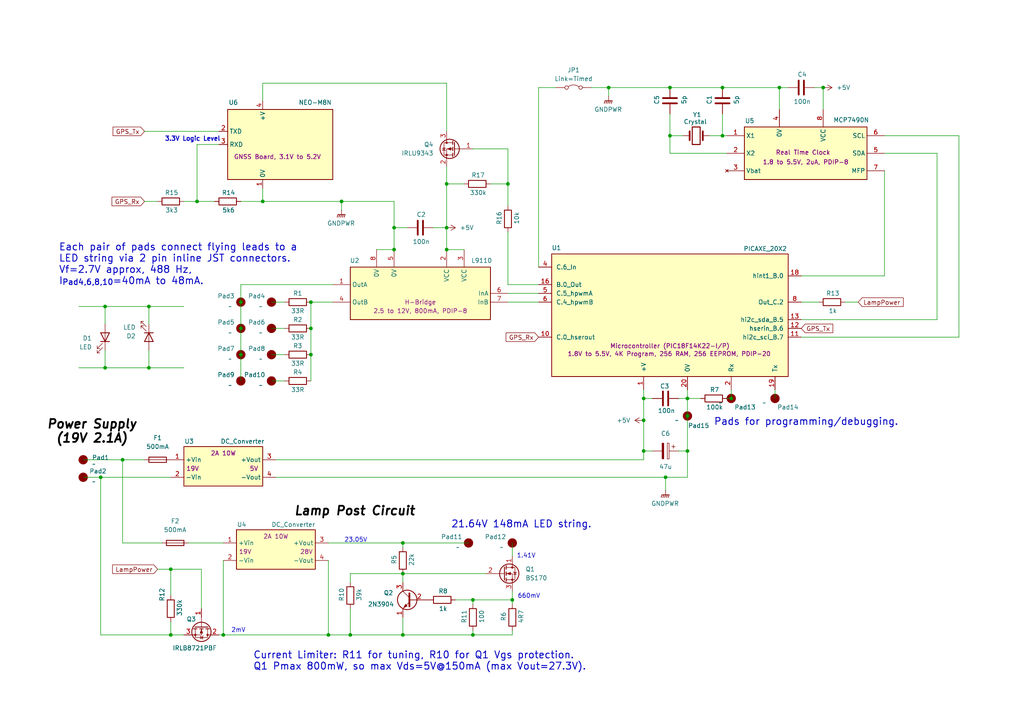
<source format=kicad_sch>
(kicad_sch (version 20231120) (generator "eeschema") (generator_version "8.0")
  (paper "A4")
  (title_block (comment 1 "Power supply is an old PC adaptor, connected via flying lead to inline DC jack 5.5/2.1mm.") (comment 2 "Q3 cuts 7mA drain when DC Converter not required.") (comment 3 "Q4 cuts power to GPS (was 15mA in power save, or 50mA while active)."))
  (lib_symbols
    (symbol "DC_Converter_1"
      (property "Reference" "U" (at -10.795 10.16 0))
      (property "Value" "DC_Converter" (at 5.08 10.16 0))
      (property "Description" "2A 10W" (at 0 6.985 0))
      (property "Vin" "19V" (at -8.89 2.54 0))
      (property "Vout" "5V" (at 8.89 2.54 0))
      (symbol "DC_Converter_1_0_1"
        (rectangle (start -11.43 8.89) (end 11.43 -2.54) (stroke (width 0.254)) (fill (type background)))
      )
      (symbol "DC_Converter_1_1_1"
        (pin power_in line (at -15.24 5.08 0) (length 3.81) (name "+Vin") (number "1"))
        (pin power_in line (at -15.24 0 0) (length 3.81) (name "-Vin") (number "2"))
        (pin power_out line (at 15.24 5.08 180) (length 3.81) (name "+Vout") (number "3"))
        (pin power_out line (at 15.24 0 180) (length 3.81) (name "-Vout") (number "4"))
      )
    )
    (symbol "Device:C" (pin_numbers hide) (pin_names (offset 0.254))
      (property "Reference" "C" (at 0.635 2.54 0))
      (property "Value" "C" (at 0.635 -2.54 0))
      (symbol "C_0_1"
        (polyline (pts (xy -2.032 -0.762) (xy 2.032 -0.762)) (stroke (width 0.508)))
        (polyline (pts (xy -2.032 0.762) (xy 2.032 0.762)) (stroke (width 0.508)))
      )
      (symbol "C_1_1"
        (pin passive line (at 0 3.81 270) (length 2.794) (name "~") (number "1"))
        (pin passive line (at 0 -3.81 90) (length 2.794) (name "~") (number "2"))
      )
    )
    (symbol "Device:C_Polarized" (pin_numbers hide) (pin_names (offset 0.254))
      (property "Reference" "C" (at 0.635 2.54 0))
      (property "Value" "C_Polarized" (at 0.635 -2.54 0))
      (symbol "C_Polarized_0_1"
        (rectangle (start -2.286 0.508) (end 2.286 1.016))
        (polyline (pts (xy -1.778 2.286) (xy -0.762 2.286)))
        (polyline (pts (xy -1.27 2.794) (xy -1.27 1.778)))
        (rectangle (start 2.286 -0.508) (end -2.286 -1.016) (fill (type outline)))
      )
      (symbol "C_Polarized_1_1"
        (pin passive line (at 0 3.81 270) (length 2.794) (name "~") (number "1"))
        (pin passive line (at 0 -3.81 90) (length 2.794) (name "~") (number "2"))
      )
    )
    (symbol "Device:Crystal" (pin_numbers hide) (pin_names (offset 1.016) hide)
      (property "Reference" "Y1" (at 0.254 6.096 0))
      (property "Value" "Crystal" (at -0.254 4.064 0))
      (symbol "Crystal_0_1"
        (rectangle (start -1.143 2.54) (end 1.143 -2.54) (stroke (width 0.3048)))
        (polyline (pts (xy -2.54 0) (xy -1.905 0)))
        (polyline (pts (xy -1.905 -1.27) (xy -1.905 1.27)) (stroke (width 0.508)))
        (polyline (pts (xy 1.905 -1.27) (xy 1.905 1.27)) (stroke (width 0.508)))
        (polyline (pts (xy 2.54 0) (xy 1.905 0)))
      )
      (symbol "Crystal_1_1"
        (pin passive line (at -3.81 0 0) (length 1.27) (name "xa") (number "1"))
        (pin passive line (at 3.81 0 180) (length 1.27) (name "xb") (number "2"))
      )
    )
    (symbol "Device:Fuse" (pin_numbers hide) (pin_names (offset 0))
      (property "Reference" "F" (at 2.032 0 90))
      (property "Value" "Fuse" (at -1.905 0 90))
      (symbol "Fuse_0_1"
        (rectangle (start -0.762 -2.54) (end 0.762 2.54) (stroke (width 0.254)))
        (polyline (pts (xy 0 2.54) (xy 0 -2.54)))
      )
      (symbol "Fuse_1_1"
        (pin passive line (at 0 3.81 270) (length 1.27) (name "~") (number "1"))
        (pin passive line (at 0 -3.81 90) (length 1.27) (name "~") (number "2"))
      )
    )
    (symbol "Device:LED" (pin_numbers hide) (pin_names (offset 1.016) hide)
      (property "Reference" "D" (at 0 2.54 0))
      (property "Value" "LED" (at 0 -2.54 0))
      (symbol "LED_0_1"
        (polyline (pts (xy -1.27 -1.27) (xy -1.27 1.27)) (stroke (width 0.254)))
        (polyline (pts (xy -1.27 0) (xy 1.27 0)))
        (polyline (pts (xy 1.27 -1.27) (xy 1.27 1.27) (xy -1.27 0) (xy 1.27 -1.27)) (stroke (width 0.254)))
        (polyline (pts (xy -3.048 -0.762) (xy -4.572 -2.286) (xy -3.81 -2.286) (xy -4.572 -2.286) (xy -4.572 -1.524)))
        (polyline (pts (xy -1.778 -0.762) (xy -3.302 -2.286) (xy -2.54 -2.286) (xy -3.302 -2.286) (xy -3.302 -1.524)))
      )
      (symbol "LED_1_1"
        (pin passive line (at -3.81 0 0) (length 2.54) (name "K") (number "1"))
        (pin passive line (at 3.81 0 180) (length 2.54) (name "A") (number "2"))
      )
    )
    (symbol "Device:R" (pin_numbers hide) (pin_names (offset 0))
      (property "Reference" "R" (at 2.032 0 90))
      (property "Value" "R" (at 0 0 90))
      (symbol "R_0_1"
        (rectangle (start -1.016 -2.54) (end 1.016 2.54) (stroke (width 0.254)))
      )
      (symbol "R_1_1"
        (pin passive line (at 0 3.81 270) (length 1.27) (name "~") (number "1"))
        (pin passive line (at 0 -3.81 90) (length 1.27) (name "~") (number "2"))
      )
    )
    (symbol "Jumper:Jumper_2_Bridged" (pin_numbers hide) (pin_names (offset 0) hide) (exclude_from_sim yes)
      (property "Reference" "JP" (at 0 1.905 0))
      (property "Value" "Jumper_2_Bridged" (at 0 -2.54 0))
      (symbol "Jumper_2_Bridged_0_0"
        (circle (center -2.032 0) (radius 0.508))
        (circle (center 2.032 0) (radius 0.508))
      )
      (symbol "Jumper_2_Bridged_0_1"
        (arc (start 1.524 0.254) (mid 0 0.762) (end -1.524 0.254))
      )
      (symbol "Jumper_2_Bridged_1_1"
        (pin passive line (at -5.08 0 0) (length 2.54) (name "A") (number "1"))
        (pin passive line (at 5.08 0 180) (length 2.54) (name "B") (number "2"))
      )
    )
    (symbol "PICAXE:PICAXE_20X2" (pin_names (offset 1.27))
      (property "Reference" "U1" (at -34.29 23.368 0))
      (property "Value" "PICAXE_20X2" (at 21.336 23.114 0))
      (property "Description" "1.8V to 5.5V, 4K Program, 256 RAM, 256 EEPROM, PDIP-20" (at -29.718 -7.366 0))
      (property "Type" "Microcontroller (PIC18F14K22-I/P)" (at 0 -5.08 0))
      (symbol "PICAXE_20X2_0_1"
        (rectangle (start -34.29 21.59) (end 34.29 -13.97) (stroke (width 0.254)) (fill (type background)))
      )
      (symbol "PICAXE_20X2_1_1"
        (pin power_in line (at -7.62 -17.78 90) (length 3.81) (name "+V") (number "1"))
        (pin bidirectional line (at -38.1 -2.54 0) (length 3.81) (name "C.0_hserout") (number "10"))
        (pin bidirectional line (at 38.1 -2.54 180) (length 3.81) (name "hi2c_sci_B.7") (number "11"))
        (pin bidirectional line (at 38.1 0 180) (length 3.81) (name "hserin_B.6") (number "12"))
        (pin bidirectional line (at 38.1 2.54 180) (length 3.81) (name "hi2c_sda_B.5") (number "13"))
        (pin output line (at -38.1 12.7 0) (length 3.81) (name "B.0_Out") (number "16"))
        (pin bidirectional line (at 38.1 15.24 180) (length 3.81) (name "hint1_B.0") (number "18"))
        (pin output line (at 30.48 -17.78 90) (length 3.81) (name "Tx") (number "19"))
        (pin input line (at 17.78 -17.78 90) (length 3.81) (name "Rx") (number "2"))
        (pin power_in line (at 5.08 -17.78 90) (length 3.81) (name "0V") (number "20"))
        (pin input line (at -38.1 17.78 0) (length 3.81) (name "C.6_In") (number "4"))
        (pin bidirectional line (at -38.1 10.16 0) (length 3.81) (name "C.5_hpwmA") (number "5"))
        (pin bidirectional line (at -38.1 7.62 0) (length 3.81) (name "C.4_hpwmB") (number "6"))
        (pin bidirectional line (at 38.1 7.62 180) (length 3.81) (name "Out_C.2") (number "8"))
      )
    )
    (symbol "PICAXE_Maker:DC_Converter"
      (property "Reference" "U" (at -10.795 10.16 0))
      (property "Value" "DC_Converter" (at 5.08 10.16 0))
      (property "Description" "2A 10W" (at 0 6.985 0))
      (property "Vin" "19V" (at -8.89 2.54 0))
      (property "Vout" "5V" (at 8.89 2.54 0))
      (symbol "DC_Converter_0_1"
        (rectangle (start -11.43 8.89) (end 11.43 -2.54) (stroke (width 0.254)) (fill (type background)))
      )
      (symbol "DC_Converter_1_1"
        (pin power_in line (at -15.24 5.08 0) (length 3.81) (name "+Vin") (number "1"))
        (pin power_in line (at -15.24 0 0) (length 3.81) (name "-Vin") (number "2"))
        (pin power_out line (at 15.24 5.08 180) (length 3.81) (name "+Vout") (number "3"))
        (pin power_out line (at 15.24 0 180) (length 3.81) (name "-Vout") (number "4"))
      )
    )
    (symbol "PICAXE_Maker:L9110"
      (property "Reference" "U2" (at -19.05 9.525 0))
      (property "Value" "L9110" (at 17.78 9.525 0))
      (property "Description" "2.5 to 12V, 800mA, PDIP-8" (at 0 -5.08 0))
      (property "Type" "H-Bridge" (at 0 -2.54 0))
      (symbol "L9110_0_1"
        (rectangle (start -20.32 7.62) (end 20.32 -7.62) (stroke (width 0.254)) (fill (type background)))
      )
      (symbol "L9110_1_1"
        (pin power_out line (at -25.4 2.54 0) (length 5.08) (name "OutA") (number "1"))
        (pin power_in line (at 7.62 12.7 270) (length 5.08) (name "VCC") (number "2"))
        (pin power_in line (at 12.7 12.7 270) (length 5.08) (name "VCC") (number "3"))
        (pin power_out line (at -25.4 -2.54 0) (length 5.08) (name "OutB") (number "4"))
        (pin power_in line (at -7.62 12.7 270) (length 5.08) (name "0V") (number "5"))
        (pin input line (at 25.4 0 180) (length 5.08) (name "InA") (number "6"))
        (pin input line (at 25.4 -2.54 180) (length 5.08) (name "InB") (number "7"))
        (pin power_in line (at -12.7 12.7 270) (length 5.08) (name "0V") (number "8"))
      )
    )
    (symbol "PICAXE_Maker:MCP7490N"
      (property "Reference" "U2" (at -16.51 9.525 0))
      (property "Value" "MCP7490N" (at 12.7 9.525 0))
      (property "Description" "1.8 to 5.5V, 2uA, PDIP-8" (at 0 -1.27 0))
      (property "Type" "Real Time Clock" (at 0 1.27 0))
      (symbol "MCP7490N_0_1"
        (rectangle (start -17.78 7.62) (end 17.78 -7.62) (stroke (width 0.254)) (fill (type background)))
      )
      (symbol "MCP7490N_1_1"
        (pin input line (at -22.86 5.08 0) (length 5.08) (name "X1") (number "1"))
        (pin input line (at -22.86 0 0) (length 5.08) (name "X2") (number "2"))
        (pin no_connect line (at -22.86 -5.08 0) (length 5.08) (name "Vbat") (number "3"))
        (pin power_in line (at -7.62 12.7 270) (length 5.08) (name "0V") (number "4"))
        (pin input line (at 22.86 0 180) (length 5.08) (name "SDA") (number "5"))
        (pin output line (at 22.86 5.08 180) (length 5.08) (name "SCL") (number "6"))
        (pin input line (at 22.86 -5.08 180) (length 5.08) (name "MFP") (number "7"))
        (pin power_in line (at 5.08 12.7 270) (length 5.08) (name "VCC") (number "8"))
      )
    )
    (symbol "PICAXE_Maker:NEO-M8N"
      (property "Reference" "U6" (at -14.986 19.812 0))
      (property "Value" "NEO-M8N" (at 5.334 19.812 0))
      (property "Description" "GNSS Module, 3.1V to 5.2V" (at -13.462 4.064 0))
      (symbol "NEO-M8N_0_1"
        (rectangle (start -15.24 17.78) (end 15.24 -2.54) (stroke (width 0.254)) (fill (type background)))
      )
      (symbol "NEO-M8N_1_1"
        (pin power_in line (at -5.08 -5.08 90) (length 2.54) (name "0V") (number "1"))
        (pin output line (at -17.78 11.43 0) (length 2.54) (name "TXD") (number "2"))
        (pin input line (at -17.78 7.62 0) (length 2.54) (name "RXD") (number "3"))
        (pin power_in line (at -5.08 20.32 270) (length 2.54) (name "+V") (number "4"))
      )
    )
    (symbol "PICAXE_Maker:Solder_Connection_Passive" (pin_numbers hide) (pin_names (offset 0) hide)
      (property "Reference" "Pad3" (at 1.778 1.778 0))
      (property "Value" "~" (at 2.54 -1.27 0))
      (symbol "Solder_Connection_Passive_0_1"
        (circle (center 0 0) (radius 1.27) (fill (type outline)))
      )
      (symbol "Solder_Connection_Passive_1_1"
        (pin passive line (at 0 0 0) (length 0) (name "1") (number "1"))
      )
    )
    (symbol "Solder_Connection_Passive_2" (pin_numbers hide) (pin_names (offset 0) hide)
      (property "Reference" "Pad1" (at 1.778 1.778 0))
      (property "Value" "~" (at 2.54 -1.27 0))
      (symbol "Solder_Connection_Passive_2_0_1"
        (circle (center 0 0) (radius 1.27) (fill (type outline)))
      )
      (symbol "Solder_Connection_Passive_2_1_1"
        (pin power_out line (at 0 0 0) (length 0) (name "1") (number "1"))
      )
    )
    (symbol "Transistor_BJT:2N3904" (pin_names (offset 0) hide)
      (property "Reference" "Q" (at 5.08 1.905 0))
      (property "Value" "2N3904" (at 5.08 0 0))
      (symbol "2N3904_0_1"
        (polyline (pts (xy 0.635 0.635) (xy 2.54 2.54)))
        (polyline (pts (xy 0.635 -0.635) (xy 2.54 -2.54) (xy 2.54 -2.54)))
        (polyline (pts (xy 0.635 1.905) (xy 0.635 -1.905) (xy 0.635 -1.905)) (stroke (width 0.508)))
        (polyline (pts (xy 1.27 -1.778) (xy 1.778 -1.27) (xy 2.286 -2.286) (xy 1.27 -1.778) (xy 1.27 -1.778)) (fill (type outline)))
        (circle (center 1.27 0) (radius 2.8194) (stroke (width 0.254)))
      )
      (symbol "2N3904_1_1"
        (pin passive line (at 2.54 -5.08 90) (length 2.54) (name "E") (number "1"))
        (pin passive line (at -5.08 0 0) (length 5.715) (name "B") (number "2"))
        (pin passive line (at 2.54 5.08 270) (length 2.54) (name "C") (number "3"))
      )
    )
    (symbol "Transistor_FET:BS170" (pin_names hide)
      (property "Reference" "Q" (at 5.08 1.905 0))
      (property "Value" "BS170" (at 5.08 0 0))
      (symbol "BS170_0_1"
        (polyline (pts (xy 0.254 0) (xy -2.54 0)))
        (polyline (pts (xy 0.254 1.905) (xy 0.254 -1.905)) (stroke (width 0.254)))
        (polyline (pts (xy 0.762 -1.27) (xy 0.762 -2.286)) (stroke (width 0.254)))
        (polyline (pts (xy 0.762 0.508) (xy 0.762 -0.508)) (stroke (width 0.254)))
        (polyline (pts (xy 0.762 2.286) (xy 0.762 1.27)) (stroke (width 0.254)))
        (polyline (pts (xy 2.54 2.54) (xy 2.54 1.778)))
        (polyline (pts (xy 2.54 -2.54) (xy 2.54 0) (xy 0.762 0)))
        (polyline (pts (xy 0.762 -1.778) (xy 3.302 -1.778) (xy 3.302 1.778) (xy 0.762 1.778)))
        (polyline (pts (xy 1.016 0) (xy 2.032 0.381) (xy 2.032 -0.381) (xy 1.016 0)) (fill (type outline)))
        (polyline (pts (xy 2.794 0.508) (xy 2.921 0.381) (xy 3.683 0.381) (xy 3.81 0.254)))
        (polyline (pts (xy 3.302 0.381) (xy 2.921 -0.254) (xy 3.683 -0.254) (xy 3.302 0.381)))
        (circle (center 1.651 0) (radius 2.794) (stroke (width 0.254)))
        (circle (center 2.54 -1.778) (radius 0.254) (fill (type outline)))
        (circle (center 2.54 1.778) (radius 0.254) (fill (type outline)))
      )
      (symbol "BS170_1_1"
        (pin passive line (at 2.54 5.08 270) (length 2.54) (name "D") (number "1"))
        (pin input line (at -5.08 0 0) (length 2.54) (name "G") (number "2"))
        (pin passive line (at 2.54 -5.08 90) (length 2.54) (name "S") (number "3"))
      )
    )
    (symbol "Transistor_FET:IRLB8721PBF" (pin_names hide)
      (property "Reference" "Q" (at 5.08 1.905 0))
      (property "Value" "IRLB8721PBF" (at 5.08 0 0))
      (symbol "IRLB8721PBF_0_1"
        (polyline (pts (xy 0.254 0) (xy -2.54 0)))
        (polyline (pts (xy 0.254 1.905) (xy 0.254 -1.905)) (stroke (width 0.254)))
        (polyline (pts (xy 0.762 -1.27) (xy 0.762 -2.286)) (stroke (width 0.254)))
        (polyline (pts (xy 0.762 0.508) (xy 0.762 -0.508)) (stroke (width 0.254)))
        (polyline (pts (xy 0.762 2.286) (xy 0.762 1.27)) (stroke (width 0.254)))
        (polyline (pts (xy 2.54 2.54) (xy 2.54 1.778)))
        (polyline (pts (xy 2.54 -2.54) (xy 2.54 0) (xy 0.762 0)))
        (polyline (pts (xy 0.762 -1.778) (xy 3.302 -1.778) (xy 3.302 1.778) (xy 0.762 1.778)))
        (polyline (pts (xy 1.016 0) (xy 2.032 0.381) (xy 2.032 -0.381) (xy 1.016 0)) (fill (type outline)))
        (polyline (pts (xy 2.794 0.508) (xy 2.921 0.381) (xy 3.683 0.381) (xy 3.81 0.254)))
        (polyline (pts (xy 3.302 0.381) (xy 2.921 -0.254) (xy 3.683 -0.254) (xy 3.302 0.381)))
        (circle (center 1.651 0) (radius 2.794) (stroke (width 0.254)))
        (circle (center 2.54 -1.778) (radius 0.254) (fill (type outline)))
        (circle (center 2.54 1.778) (radius 0.254) (fill (type outline)))
      )
      (symbol "IRLB8721PBF_1_1"
        (pin input line (at -5.08 0 0) (length 2.54) (name "G") (number "1"))
        (pin passive line (at 2.54 5.08 270) (length 2.54) (name "D") (number "2"))
        (pin passive line (at 2.54 -5.08 90) (length 2.54) (name "S") (number "3"))
      )
    )
    (symbol "Transistor_FET:IRLML9301" (pin_names hide)
      (property "Reference" "Q" (at 5.08 1.905 0))
      (property "Value" "IRLML9301" (at 5.08 0 0))
      (symbol "IRLML9301_0_1"
        (polyline (pts (xy 0.254 0) (xy -2.54 0)))
        (polyline (pts (xy 0.254 1.905) (xy 0.254 -1.905)) (stroke (width 0.254)))
        (polyline (pts (xy 0.762 -1.27) (xy 0.762 -2.286)) (stroke (width 0.254)))
        (polyline (pts (xy 0.762 0.508) (xy 0.762 -0.508)) (stroke (width 0.254)))
        (polyline (pts (xy 0.762 2.286) (xy 0.762 1.27)) (stroke (width 0.254)))
        (polyline (pts (xy 2.54 2.54) (xy 2.54 1.778)))
        (polyline (pts (xy 2.54 -2.54) (xy 2.54 0) (xy 0.762 0)))
        (polyline (pts (xy 0.762 1.778) (xy 3.302 1.778) (xy 3.302 -1.778) (xy 0.762 -1.778)))
        (polyline (pts (xy 2.286 0) (xy 1.27 0.381) (xy 1.27 -0.381) (xy 2.286 0)) (fill (type outline)))
        (polyline (pts (xy 2.794 -0.508) (xy 2.921 -0.381) (xy 3.683 -0.381) (xy 3.81 -0.254)))
        (polyline (pts (xy 3.302 -0.381) (xy 2.921 0.254) (xy 3.683 0.254) (xy 3.302 -0.381)))
        (circle (center 1.651 0) (radius 2.794) (stroke (width 0.254)))
        (circle (center 2.54 -1.778) (radius 0.254) (fill (type outline)))
        (circle (center 2.54 1.778) (radius 0.254) (fill (type outline)))
      )
      (symbol "IRLML9301_1_1"
        (pin input line (at -5.08 0 0) (length 2.54) (name "G") (number "1"))
        (pin passive line (at 2.54 -5.08 90) (length 2.54) (name "S") (number "2"))
        (pin passive line (at 2.54 5.08 270) (length 2.54) (name "D") (number "3"))
      )
    )
    (symbol "power:+5V" (power) (pin_numbers hide) (pin_names (offset 0) hide)
      (property "Value" "+5V" (at 0 3.556 0))
      (symbol "+5V_0_1"
        (polyline (pts (xy -0.762 1.27) (xy 0 2.54)))
        (polyline (pts (xy 0 0) (xy 0 2.54)))
        (polyline (pts (xy 0 2.54) (xy 0.762 1.27)))
      )
      (symbol "+5V_1_1"
        (pin power_in line (at 0 0 90) (length 0) (name "~") (number "1"))
      )
    )
    (symbol "power:GNDPWR" (power) (pin_numbers hide) (pin_names (offset 0) hide)
      (property "Value" "GNDPWR" (at 0 -3.302 0))
      (symbol "GNDPWR_0_1"
        (polyline (pts (xy 0 -1.27) (xy 0 0)))
        (polyline (pts (xy -1.016 -1.27) (xy -1.27 -2.032) (xy -1.27 -2.032)) (stroke (width 0.2032)))
        (polyline (pts (xy -0.508 -1.27) (xy -0.762 -2.032) (xy -0.762 -2.032)) (stroke (width 0.2032)))
        (polyline (pts (xy 0 -1.27) (xy -0.254 -2.032) (xy -0.254 -2.032)) (stroke (width 0.2032)))
        (polyline (pts (xy 0.508 -1.27) (xy 0.254 -2.032) (xy 0.254 -2.032)) (stroke (width 0.2032)))
        (polyline (pts (xy 1.016 -1.27) (xy -1.016 -1.27) (xy -1.016 -1.27)) (stroke (width 0.2032)))
        (polyline (pts (xy 1.016 -1.27) (xy 0.762 -2.032) (xy 0.762 -2.032) (xy 0.762 -2.032)) (stroke (width 0.2032)))
      )
      (symbol "GNDPWR_1_1"
        (pin power_in line (at 0 0 270) (length 0) (name "~") (number "1"))
      )
    )
  )
  (junction (at 30.48 88.9))
  (junction (at 194.31 25.4))
  (junction (at 137.16 173.99))
  (junction (at 114.3 72.39))
  (junction (at 176.53 25.4))
  (junction (at 90.17 87.63))
  (junction (at 129.54 66.04))
  (junction (at 148.59 173.99))
  (junction (at 137.16 184.15))
  (junction (at 186.69 121.92))
  (junction (at 95.25 184.15))
  (junction (at 101.6 184.15))
  (junction (at 194.31 39.37))
  (junction (at 186.69 130.81))
  (junction (at 199.39 115.57))
  (junction (at 199.39 120.65))
  (junction (at 49.53 165.1))
  (junction (at 116.84 184.15))
  (junction (at 90.17 102.87))
  (junction (at 129.54 53.34))
  (junction (at 226.06 25.4))
  (junction (at 186.69 115.57))
  (junction (at 29.21 138.43))
  (junction (at 199.39 130.81))
  (junction (at 57.15 58.42))
  (junction (at 64.77 184.15))
  (junction (at 209.55 39.37))
  (junction (at 90.17 95.25))
  (junction (at 147.32 53.34))
  (junction (at 69.85 87.63))
  (junction (at 49.53 184.15))
  (junction (at 99.06 58.42))
  (junction (at 116.84 166.37))
  (junction (at 35.56 133.35))
  (junction (at 114.3 66.04))
  (junction (at 116.84 157.48))
  (junction (at 209.55 25.4))
  (junction (at 193.04 138.43))
  (junction (at 69.85 102.87))
  (junction (at 30.48 106.68))
  (junction (at 43.18 106.68))
  (junction (at 212.09 115.57))
  (junction (at 76.2 58.42))
  (junction (at 129.54 72.39))
  (junction (at 43.18 88.9))
  (junction (at 238.76 25.4))
  (junction (at 69.85 95.25))
  (wire (pts (xy 62.23 58.42) (xy 57.15 58.42)))
  (wire (pts (xy 49.53 184.15) (xy 53.34 184.15)))
  (wire (pts (xy 256.54 80.01) (xy 256.54 49.53)))
  (wire (pts (xy 69.85 82.55) (xy 96.52 82.55)))
  (wire (pts (xy 196.85 115.57) (xy 199.39 115.57)))
  (wire (pts (xy 99.06 58.42) (xy 114.3 58.42)))
  (wire (pts (xy 30.48 106.68) (xy 22.86 106.68)))
  (wire (pts (xy 232.41 97.79) (xy 278.13 97.79)))
  (wire (pts (xy 29.21 138.43) (xy 49.53 138.43)))
  (wire (pts (xy 226.06 25.4) (xy 228.6 25.4)))
  (wire (pts (xy 69.85 87.63) (xy 69.85 95.25)))
  (wire (pts (xy 30.48 106.68) (xy 30.48 101.6)))
  (wire (pts (xy 114.3 66.04) (xy 118.11 66.04)))
  (wire (pts (xy 43.18 106.68) (xy 43.18 101.6)))
  (wire (pts (xy 199.39 113.03) (xy 199.39 115.57)))
  (wire (pts (xy 186.69 115.57) (xy 186.69 113.03)))
  (wire (pts (xy 193.04 138.43) (xy 199.39 138.43)))
  (wire (pts (xy 116.84 166.37) (xy 140.97 166.37)))
  (wire (pts (xy 245.11 87.63) (xy 248.92 87.63)))
  (wire (pts (xy 171.45 25.4) (xy 176.53 25.4)))
  (wire (pts (xy 101.6 166.37) (xy 101.6 168.91)))
  (wire (pts (xy 80.01 138.43) (xy 193.04 138.43)))
  (wire (pts (xy 186.69 115.57) (xy 186.69 121.92)))
  (wire (pts (xy 193.04 138.43) (xy 193.04 142.24)))
  (wire (pts (xy 147.32 85.09) (xy 156.21 85.09)))
  (wire (pts (xy 116.84 184.15) (xy 137.16 184.15)))
  (wire (pts (xy 69.85 82.55) (xy 69.85 87.63)))
  (wire (pts (xy 212.09 113.03) (xy 212.09 115.57)))
  (wire (pts (xy 43.18 88.9) (xy 53.34 88.9)))
  (wire (pts (xy 271.78 44.45) (xy 256.54 44.45)))
  (wire (pts (xy 22.86 88.9) (xy 30.48 88.9)))
  (wire (pts (xy 156.21 77.47) (xy 156.21 25.4)))
  (wire (pts (xy 99.06 58.42) (xy 99.06 60.96)))
  (wire (pts (xy 95.25 157.48) (xy 116.84 157.48)))
  (wire (pts (xy 125.73 66.04) (xy 129.54 66.04)))
  (wire (pts (xy 24.13 138.43) (xy 29.21 138.43)))
  (wire (pts (xy 114.3 72.39) (xy 109.22 72.39)))
  (wire (pts (xy 35.56 157.48) (xy 46.99 157.48)))
  (wire (pts (xy 45.72 165.1) (xy 49.53 165.1)))
  (wire (pts (xy 147.32 82.55) (xy 156.21 82.55)))
  (wire (pts (xy 49.53 180.34) (xy 49.53 184.15)))
  (wire (pts (xy 76.2 58.42) (xy 76.2 54.61)))
  (wire (pts (xy 199.39 120.65) (xy 199.39 130.81)))
  (wire (pts (xy 271.78 92.71) (xy 271.78 44.45)))
  (wire (pts (xy 90.17 102.87) (xy 90.17 110.49)))
  (wire (pts (xy 116.84 158.75) (xy 116.84 157.48)))
  (wire (pts (xy 95.25 162.56) (xy 95.25 184.15)))
  (wire (pts (xy 129.54 24.13) (xy 129.54 38.1)))
  (wire (pts (xy 35.56 133.35) (xy 35.56 157.48)))
  (wire (pts (xy 129.54 66.04) (xy 129.54 72.39)))
  (wire (pts (xy 49.53 165.1) (xy 49.53 172.72)))
  (wire (pts (xy 69.85 102.87) (xy 69.85 110.49)))
  (wire (pts (xy 90.17 87.63) (xy 96.52 87.63)))
  (wire (pts (xy 194.31 25.4) (xy 209.55 25.4)))
  (wire (pts (xy 116.84 166.37) (xy 116.84 168.91)))
  (wire (pts (xy 147.32 87.63) (xy 156.21 87.63)))
  (wire (pts (xy 186.69 115.57) (xy 189.23 115.57)))
  (wire (pts (xy 236.22 25.4) (xy 238.76 25.4)))
  (wire (pts (xy 142.24 53.34) (xy 147.32 53.34)))
  (wire (pts (xy 49.53 165.1) (xy 58.42 165.1)))
  (wire (pts (xy 54.61 157.48) (xy 64.77 157.48)))
  (wire (pts (xy 41.91 38.1) (xy 63.5 38.1)))
  (wire (pts (xy 64.77 184.15) (xy 64.77 162.56)))
  (wire (pts (xy 199.39 115.57) (xy 199.39 120.65)))
  (wire (pts (xy 232.41 87.63) (xy 237.49 87.63)))
  (wire (pts (xy 57.15 41.91) (xy 57.15 58.42)))
  (wire (pts (xy 137.16 182.88) (xy 137.16 184.15)))
  (wire (pts (xy 90.17 87.63) (xy 90.17 95.25)))
  (wire (pts (xy 176.53 25.4) (xy 176.53 27.94)))
  (wire (pts (xy 30.48 88.9) (xy 43.18 88.9)))
  (wire (pts (xy 69.85 95.25) (xy 69.85 102.87)))
  (wire (pts (xy 148.59 173.99) (xy 148.59 175.26)))
  (wire (pts (xy 43.18 106.68) (xy 30.48 106.68)))
  (wire (pts (xy 129.54 53.34) (xy 129.54 66.04)))
  (wire (pts (xy 78.74 95.25) (xy 82.55 95.25)))
  (wire (pts (xy 189.23 130.81) (xy 186.69 130.81)))
  (wire (pts (xy 116.84 157.48) (xy 135.89 157.48)))
  (wire (pts (xy 101.6 166.37) (xy 116.84 166.37)))
  (wire (pts (xy 78.74 102.87) (xy 82.55 102.87)))
  (wire (pts (xy 101.6 176.53) (xy 101.6 184.15)))
  (wire (pts (xy 132.08 173.99) (xy 137.16 173.99)))
  (wire (pts (xy 147.32 53.34) (xy 147.32 59.69)))
  (wire (pts (xy 35.56 133.35) (xy 41.91 133.35)))
  (wire (pts (xy 69.85 58.42) (xy 76.2 58.42)))
  (wire (pts (xy 238.76 25.4) (xy 238.76 31.75)))
  (wire (pts (xy 210.82 115.57) (xy 212.09 115.57)))
  (wire (pts (xy 30.48 88.9) (xy 30.48 93.98)))
  (wire (pts (xy 232.41 92.71) (xy 271.78 92.71)))
  (wire (pts (xy 101.6 184.15) (xy 116.84 184.15)))
  (wire (pts (xy 116.84 179.07) (xy 116.84 184.15)))
  (wire (pts (xy 205.74 39.37) (xy 209.55 39.37)))
  (wire (pts (xy 76.2 58.42) (xy 99.06 58.42)))
  (wire (pts (xy 58.42 165.1) (xy 58.42 176.53)))
  (wire (pts (xy 76.2 29.21) (xy 76.2 24.13)))
  (wire (pts (xy 226.06 25.4) (xy 226.06 31.75)))
  (wire (pts (xy 148.59 182.88) (xy 148.59 184.15)))
  (wire (pts (xy 232.41 80.01) (xy 256.54 80.01)))
  (wire (pts (xy 41.91 58.42) (xy 45.72 58.42)))
  (wire (pts (xy 64.77 184.15) (xy 95.25 184.15)))
  (wire (pts (xy 209.55 39.37) (xy 210.82 39.37)))
  (wire (pts (xy 156.21 25.4) (xy 161.29 25.4)))
  (wire (pts (xy 147.32 43.18) (xy 147.32 53.34)))
  (wire (pts (xy 176.53 25.4) (xy 194.31 25.4)))
  (wire (pts (xy 78.74 110.49) (xy 82.55 110.49)))
  (wire (pts (xy 137.16 43.18) (xy 147.32 43.18)))
  (wire (pts (xy 209.55 25.4) (xy 226.06 25.4)))
  (wire (pts (xy 90.17 95.25) (xy 90.17 102.87)))
  (wire (pts (xy 137.16 184.15) (xy 148.59 184.15)))
  (wire (pts (xy 194.31 39.37) (xy 198.12 39.37)))
  (wire (pts (xy 194.31 39.37) (xy 194.31 44.45)))
  (wire (pts (xy 194.31 33.02) (xy 194.31 39.37)))
  (wire (pts (xy 57.15 41.91) (xy 63.5 41.91)))
  (wire (pts (xy 129.54 72.39) (xy 134.62 72.39)))
  (wire (pts (xy 148.59 171.45) (xy 148.59 173.99)))
  (wire (pts (xy 278.13 39.37) (xy 278.13 97.79)))
  (wire (pts (xy 64.77 184.15) (xy 63.5 184.15)))
  (wire (pts (xy 186.69 121.92) (xy 186.69 130.81)))
  (wire (pts (xy 29.21 138.43) (xy 29.21 184.15)))
  (wire (pts (xy 203.2 115.57) (xy 199.39 115.57)))
  (wire (pts (xy 82.55 87.63) (xy 78.74 87.63)))
  (wire (pts (xy 147.32 67.31) (xy 147.32 82.55)))
  (wire (pts (xy 24.13 133.35) (xy 35.56 133.35)))
  (wire (pts (xy 256.54 39.37) (xy 278.13 39.37)))
  (wire (pts (xy 43.18 106.68) (xy 53.34 106.68)))
  (wire (pts (xy 209.55 33.02) (xy 209.55 39.37)))
  (wire (pts (xy 199.39 130.81) (xy 199.39 138.43)))
  (wire (pts (xy 43.18 93.98) (xy 43.18 88.9)))
  (wire (pts (xy 137.16 173.99) (xy 137.16 175.26)))
  (wire (pts (xy 129.54 48.26) (xy 129.54 53.34)))
  (wire (pts (xy 148.59 157.48) (xy 148.59 161.29)))
  (wire (pts (xy 137.16 173.99) (xy 148.59 173.99)))
  (wire (pts (xy 129.54 53.34) (xy 134.62 53.34)))
  (wire (pts (xy 186.69 130.81) (xy 186.69 133.35)))
  (wire (pts (xy 114.3 72.39) (xy 114.3 66.04)))
  (wire (pts (xy 210.82 44.45) (xy 194.31 44.45)))
  (wire (pts (xy 114.3 58.42) (xy 114.3 66.04)))
  (wire (pts (xy 196.85 130.81) (xy 199.39 130.81)))
  (wire (pts (xy 224.79 113.03) (xy 224.79 115.57)))
  (wire (pts (xy 76.2 24.13) (xy 129.54 24.13)))
  (wire (pts (xy 29.21 184.15) (xy 49.53 184.15)))
  (wire (pts (xy 95.25 184.15) (xy 101.6 184.15)))
  (wire (pts (xy 80.01 133.35) (xy 186.69 133.35)))
  (wire (pts (xy 53.34 58.42) (xy 57.15 58.42)))
  (text "Current Limiter: R11 for tuning, R10 for Q1 Vgs protection. \nQ1 Pmax 800mW, so max Vds=5V@150mA (max Vout=27.3V)." (at 73.406 191.77 0) (effects (font (size 2.032 2.032) (thickness 0.254) (bold yes)) (justify left)))
  (text "3.3V Logic Level" (at 47.752 40.386 0) (effects (font (size 1.27 1.27) (thickness 0.254) (bold yes)) (justify left)))
  (text "660mV" (at 150.114 172.974 0) (effects (font (size 1.27 1.27) (thickness 0.1588)) (justify left)))
  (text "2mV" (at 67.056 182.88 0) (effects (font (size 1.27 1.27) (thickness 0.1588)) (justify left)))
  (text "21.64V 148mA LED string." (at 130.81 152.146 0) (effects (font (size 2.032 2.032) (thickness 0.254) (bold yes)) (justify left)))
  (text "Lamp Post Circuit" (at 102.87 148.336 0) (effects (font (size 2.54 2.54) (bold yes) (italic yes))))
  (text "Pads for programming/debugging." (at 207.01 122.428 0) (effects (font (size 2.032 2.032) (thickness 0.254) (bold yes)) (justify left)))
  (text "Power Supply\n(19V 2.1A)" (at 26.67 125.222 0) (effects (font (size 2.54 2.54) (bold yes) (italic yes))))
  (text "23.05V" (at 99.822 156.718 0) (effects (font (size 1.27 1.27) (thickness 0.1588)) (justify left)))
  (text "1.41V" (at 149.86 161.29 0) (effects (font (size 1.27 1.27) (thickness 0.1588)) (justify left)))
  (text "Each pair of pads connect flying leads to a\nLED string via 2 pin inline JST connectors.\nVf=2.7V approx, 488 Hz,\nI_{Pad4,6,8,10}=40mA to 48mA." (at 17.018 76.708 0) (effects (font (size 2.032 2.032) (thickness 0.254) (bold yes)) (justify left)))
  (global_label "LampPower" (shape input) (at 248.92 87.63 0) (property "Intersheetrefs" "${INTERSHEET_REFS}" (effects (hide yes))))
  (global_label "GPS_Rx" (shape input) (at 41.91 58.42 180) (property "Intersheetrefs" "${INTERSHEET_REFS}" (effects (hide yes))))
  (global_label "LampPower" (shape input) (at 45.72 165.1 180) (property "Intersheetrefs" "${INTERSHEET_REFS}" (effects (hide yes))))
  (global_label "GPS_Tx" (shape input) (at 232.41 95.25 0) (property "Intersheetrefs" "${INTERSHEET_REFS}" (effects (hide yes))))
  (global_label "GPS_Tx" (shape input) (at 41.91 38.1 180) (property "Intersheetrefs" "${INTERSHEET_REFS}" (effects (hide yes))))
  (global_label "GPS_Rx" (shape input) (at 156.21 97.79 180) (property "Intersheetrefs" "${INTERSHEET_REFS}" (effects (hide yes))))
  (symbol (lib_id "PICAXE_Maker:Solder_Connection_Passive") (at 135.89 157.48 0) (mirror y) (unit 1)
    (property "Reference" "Pad11" (at 134.112 155.702 0) (effects (justify left)))
    (property "Value" "~" (at 133.35 158.75 0) (effects (justify left)))
    (property "Footprint" "Connector_PinSocket_2.54mm:PinSocket_1x01_P2.54mm_Vertical" (effects (hide yes)))
    (property "Description" "Solder Connection" (effects (hide yes)))
  )
  (symbol (lib_id "Device:R") (at 207.01 115.57 270) (unit 1)
    (property "Reference" "R7" (at 207.264 113.03 90))
    (property "Value" "100k" (at 207.264 118.11 90))
    (property "Footprint" "Resistor_THT:R_Axial_DIN0207_L6.3mm_D2.5mm_P7.62mm_Horizontal" (effects (hide yes)))
    (property "Description" "Resistor" (effects (hide yes)))
  )
  (symbol (lib_id "power:+5V") (at 238.76 25.4 270) (mirror x) (unit 1)
    (property "Reference" "#PWR02" (effects (hide yes)))
    (property "Value" "+5V" (at 242.57 25.3999 90) (effects (justify left)))
    (property "Description" "Power symbol creates a global label with name \"+5V\"" (effects (hide yes)))
  )
  (symbol (lib_id "Device:R") (at 86.36 95.25 90) (mirror x) (unit 1)
    (property "Reference" "R2" (at 86.36 92.71 90))
    (property "Value" "33R" (at 86.36 97.79 90))
    (property "Footprint" "Resistor_THT:R_Axial_DIN0207_L6.3mm_D2.5mm_P7.62mm_Horizontal" (effects (hide yes)))
    (property "Description" "Resistor" (effects (hide yes)))
  )
  (symbol (lib_id "Device:Crystal") (at 201.93 39.37 0) (unit 1)
    (property "Reference" "Y1" (at 202.184 33.274 0))
    (property "Value" "Crystal" (at 201.676 35.306 0))
    (property "Footprint" "Connector_PinHeader_2.54mm:PinHeader_1x02_P2.54mm_Vertical" (effects (hide yes)))
    (property "Description" "Two pin crystal" (effects (hide yes)))
  )
  (symbol (lib_id "Device:R") (at 66.04 58.42 270) (unit 1)
    (property "Reference" "R14" (at 66.294 55.88 90))
    (property "Value" "5k6" (at 66.294 60.96 90))
    (property "Footprint" "Resistor_THT:R_Axial_DIN0207_L6.3mm_D2.5mm_P7.62mm_Horizontal" (effects (hide yes)))
    (property "Description" "Resistor" (effects (hide yes)))
  )
  (symbol (lib_id "PICAXE_Maker:Solder_Connection_Passive") (at 212.09 115.57 0) (mirror y) (unit 1)
    (property "Reference" "Pad13" (at 219.202 118.11 0) (effects (justify left)))
    (property "Value" "~" (at 209.55 116.84 0) (effects (justify left)))
    (property "Footprint" "Connector_PinSocket_2.54mm:PinSocket_1x01_P2.54mm_Vertical" (effects (hide yes)))
    (property "Description" "Solder Connection" (effects (hide yes)))
  )
  (symbol (lib_id "Device:LED") (at 30.48 97.79 270) (mirror x) (unit 1) (exclude_from_sim yes) (in_bom no) (on_board no)
    (property "Reference" "D1" (at 26.67 98.1074 90) (effects (justify right)))
    (property "Value" "LED" (at 26.67 100.6474 90) (effects (justify right)))
    (property "Description" "Light emitting diode" (effects (hide yes)))
  )
  (symbol (lib_id "Device:R") (at 101.6 172.72 0) (unit 1)
    (property "Reference" "R10" (at 99.06 172.466 90))
    (property "Value" "39k" (at 104.14 172.466 90))
    (property "Footprint" "Resistor_THT:R_Axial_DIN0207_L6.3mm_D2.5mm_P7.62mm_Horizontal" (effects (hide yes)))
    (property "Description" "Resistor" (effects (hide yes)))
  )
  (symbol (lib_id "Device:R") (at 86.36 110.49 90) (mirror x) (unit 1)
    (property "Reference" "R4" (at 86.36 107.95 90))
    (property "Value" "33R" (at 86.36 113.03 90))
    (property "Footprint" "Resistor_THT:R_Axial_DIN0207_L6.3mm_D2.5mm_P7.62mm_Horizontal" (effects (hide yes)))
    (property "Description" "Resistor" (effects (hide yes)))
  )
  (symbol (lib_id "Device:R") (at 86.36 87.63 90) (mirror x) (unit 1)
    (property "Reference" "R1" (at 86.36 85.09 90))
    (property "Value" "33R" (at 86.36 90.17 90))
    (property "Footprint" "Resistor_THT:R_Axial_DIN0207_L6.3mm_D2.5mm_P7.62mm_Horizontal" (effects (hide yes)))
    (property "Description" "Resistor" (effects (hide yes)))
  )
  (symbol (lib_id "Device:R") (at 128.27 173.99 270) (unit 1)
    (property "Reference" "R8" (at 128.524 171.45 90))
    (property "Value" "1k" (at 128.524 176.53 90))
    (property "Footprint" "Resistor_THT:R_Axial_DIN0207_L6.3mm_D2.5mm_P7.62mm_Horizontal" (effects (hide yes)))
    (property "Description" "Resistor" (effects (hide yes)))
  )
  (symbol (lib_id "PICAXE_Maker:Solder_Connection_Passive") (at 69.85 95.25 0) (mirror y) (unit 1)
    (property "Reference" "Pad5" (at 68.072 93.472 0) (effects (justify left)))
    (property "Value" "~" (at 67.31 96.52 0) (effects (justify left)))
    (property "Footprint" "Connector_PinSocket_2.54mm:PinSocket_1x01_P2.54mm_Vertical" (effects (hide yes)))
    (property "Description" "Solder Connection" (effects (hide yes)))
  )
  (symbol (lib_id "Transistor_FET:BS170") (at 146.05 166.37 0) (unit 1)
    (property "Reference" "Q1" (at 152.4 165.0999 0) (effects (justify left)))
    (property "Value" "BS170" (at 152.4 167.6399 0) (effects (justify left)))
    (property "Footprint" "Package_TO_SOT_THT:TO-92_Inline" (effects (hide yes)))
    (property "Datasheet" "https://www.onsemi.com/pub/Collateral/BS170-D.PDF" (effects (hide yes)))
    (property "Description" "0.5A Id, 60V Vds, N-Channel MOSFET, TO-92" (effects (hide yes)))
  )
  (symbol (lib_id "PICAXE_Maker:Solder_Connection_Passive") (at 69.85 87.63 0) (mirror y) (unit 1)
    (property "Reference" "Pad3" (at 68.072 85.852 0) (effects (justify left)))
    (property "Value" "~" (at 67.31 88.9 0) (effects (justify left)))
    (property "Footprint" "Connector_PinSocket_2.54mm:PinSocket_1x01_P2.54mm_Vertical" (effects (hide yes)))
    (property "Description" "Solder Connection" (effects (hide yes)))
  )
  (symbol (lib_id "PICAXE_Maker:Solder_Connection_Passive") (at 199.39 120.65 0) (mirror y) (unit 1)
    (property "Reference" "Pad15" (at 205.74 123.444 0) (effects (justify left)))
    (property "Value" "~" (at 196.85 121.92 0) (effects (justify left)))
    (property "Footprint" "Connector_PinSocket_2.54mm:PinSocket_1x01_P2.54mm_Vertical" (effects (hide yes)))
    (property "Description" "Solder Connection" (effects (hide yes)))
  )
  (symbol (lib_id "power:GNDPWR") (at 176.53 27.94 0) (unit 1)
    (property "Reference" "#PWR04" (effects (hide yes)))
    (property "Value" "GNDPWR" (at 176.403 31.75 0))
    (property "Description" "Power symbol creates a global label with name \"GNDPWR\" , global ground" (effects (hide yes)))
  )
  (symbol (lib_id "PICAXE_Maker:Solder_Connection_Passive") (at 78.74 95.25 0) (mirror y) (unit 1)
    (property "Reference" "Pad6" (at 76.962 93.472 0) (effects (justify left)))
    (property "Value" "~" (at 76.2 96.52 0) (effects (justify left)))
    (property "Footprint" "Connector_PinSocket_2.54mm:PinSocket_1x01_P2.54mm_Vertical" (effects (hide yes)))
    (property "Description" "Solder Connection" (effects (hide yes)))
  )
  (symbol (lib_id "power:GNDPWR") (at 99.06 60.96 0) (unit 1)
    (property "Reference" "#PWR03" (effects (hide yes)))
    (property "Value" "GNDPWR" (at 98.933 64.77 0))
    (property "Description" "Power symbol creates a global label with name \"GNDPWR\" , global ground" (effects (hide yes)))
  )
  (symbol (lib_id "PICAXE:PICAXE_20X2") (at 194.31 95.25 0) (unit 1)
    (property "Reference" "U1" (at 160.02 71.882 0) (effects (justify left)))
    (property "Value" "PICAXE_20X2" (at 215.646 72.136 0) (effects (justify left)))
    (property "Footprint" "Package_DIP:DIP-20_W7.62mm" (effects (hide yes)))
    (property "Datasheet" "https://ww1.microchip.com/downloads/en/devicedoc/41365d.pdf" (effects (hide yes)))
    (property "Description" "1.8V to 5.5V, 4K Program, 256 RAM, 256 EEPROM, PDIP-20" (at 164.592 102.616 0) (effects (justify left)))
    (property "Type" "Microcontroller (PIC18F14K22-I/P)" (at 194.31 100.33 0))
  )
  (symbol (lib_id "power:GNDPWR") (at 193.04 142.24 0) (unit 1)
    (property "Reference" "#PWR01" (effects (hide yes)))
    (property "Value" "GNDPWR" (at 192.913 146.05 0))
    (property "Description" "Power symbol creates a global label with name \"GNDPWR\" , global ground" (effects (hide yes)))
  )
  (symbol (lib_id "Device:C") (at 193.04 115.57 270) (unit 1)
    (property "Reference" "C3" (at 192.786 112.014 90))
    (property "Value" "100n" (at 193.294 119.126 90))
    (property "Footprint" "Capacitor_THT:C_Rect_L9.0mm_W2.5mm_P7.50mm_MKT" (effects (hide yes)))
    (property "Description" "Unpolarized capacitor" (effects (hide yes)))
  )
  (symbol (lib_id "Device:R") (at 86.36 102.87 90) (mirror x) (unit 1)
    (property "Reference" "R3" (at 86.36 100.33 90))
    (property "Value" "33R" (at 86.36 105.41 90))
    (property "Footprint" "Resistor_THT:R_Axial_DIN0207_L6.3mm_D2.5mm_P7.62mm_Horizontal" (effects (hide yes)))
    (property "Description" "Resistor" (effects (hide yes)))
  )
  (symbol (lib_id "Device:C_Polarized") (at 193.04 130.81 270) (unit 1)
    (property "Reference" "C6" (at 193.04 125.73 90))
    (property "Value" "47u" (at 193.04 135.382 90))
    (property "Footprint" "Capacitor_THT:C_Radial_D10.0mm_H16.0mm_P5.00mm" (effects (hide yes)))
    (property "Description" "Polarized capacitor" (effects (hide yes)))
  )
  (symbol (lib_id "Device:R") (at 49.53 58.42 270) (unit 1)
    (property "Reference" "R15" (at 49.784 55.88 90))
    (property "Value" "3k3" (at 49.784 60.96 90))
    (property "Footprint" "Resistor_THT:R_Axial_DIN0207_L6.3mm_D2.5mm_P7.62mm_Horizontal" (effects (hide yes)))
    (property "Description" "Resistor" (effects (hide yes)))
  )
  (symbol (lib_id "Device:R") (at 49.53 176.53 0) (unit 1)
    (property "Reference" "R12" (at 46.99 172.466 90))
    (property "Value" "330k" (at 52.07 176.276 90))
    (property "Footprint" "Resistor_THT:R_Axial_DIN0207_L6.3mm_D2.5mm_P7.62mm_Horizontal" (effects (hide yes)))
    (property "Description" "Resistor" (effects (hide yes)))
  )
  (symbol (lib_id "PICAXE_Maker:NEO-M8N") (at 81.28 49.53 0) (unit 1)
    (property "Reference" "U6" (at 66.294 29.718 0) (effects (justify left)))
    (property "Value" "NEO-M8N" (at 86.614 29.718 0) (effects (justify left)))
    (property "Footprint" "RF_GPS:ublox_NEO" (effects (hide yes)))
    (property "Datasheet" "https://content.u-blox.com/sites/default/files/NEO-M8-FW3_DataSheet_UBX-15031086.pdf" (effects (hide yes)))
    (property "Description" "GNSS Board, 3.1V to 5.2V" (at 67.818 45.466 0) (effects (justify left)))
  )
  (symbol (lib_id "PICAXE_Maker:Solder_Connection_Passive") (at 78.74 102.87 0) (mirror y) (unit 1)
    (property "Reference" "Pad8" (at 76.962 101.092 0) (effects (justify left)))
    (property "Value" "~" (at 76.2 104.14 0) (effects (justify left)))
    (property "Footprint" "Connector_PinSocket_2.54mm:PinSocket_1x01_P2.54mm_Vertical" (effects (hide yes)))
    (property "Description" "Solder Connection" (effects (hide yes)))
  )
  (symbol (lib_id "Jumper:Jumper_2_Bridged") (at 166.37 25.4 0) (unit 1) (exclude_from_sim yes)
    (property "Reference" "JP1" (at 166.37 20.32 0))
    (property "Value" "Link=Timed" (at 166.37 22.86 0))
    (property "Footprint" "Connector_PinHeader_2.54mm:PinHeader_1x02_P2.54mm_Vertical" (effects (hide yes)))
    (property "Description" "Jumper, 2-pole, closed/bridged" (effects (hide yes)))
  )
  (symbol (lib_id "PICAXE_Maker:Solder_Connection_Passive") (at 224.79 115.57 0) (mirror y) (unit 1)
    (property "Reference" "Pad14" (at 231.648 118.11 0) (effects (justify left)))
    (property "Value" "~" (at 222.25 116.84 0) (effects (justify left)))
    (property "Footprint" "Connector_PinSocket_2.54mm:PinSocket_1x01_P2.54mm_Vertical" (effects (hide yes)))
    (property "Description" "Solder Connection" (effects (hide yes)))
  )
  (symbol (lib_id "Device:R") (at 147.32 63.5 0) (unit 1)
    (property "Reference" "R16" (at 144.78 63.246 90))
    (property "Value" "10k" (at 149.86 63.246 90))
    (property "Footprint" "Resistor_THT:R_Axial_DIN0207_L6.3mm_D2.5mm_P7.62mm_Horizontal" (effects (hide yes)))
    (property "Description" "Resistor" (effects (hide yes)))
  )
  (symbol (lib_id "Device:C") (at 209.55 29.21 180) (unit 1)
    (property "Reference" "C1" (at 205.74 28.956 90))
    (property "Value" "5p" (at 213.614 28.956 90))
    (property "Footprint" "Capacitor_THT:C_Rect_L9.0mm_W2.5mm_P7.50mm_MKT" (effects (hide yes)))
    (property "Description" "Unpolarized capacitor" (effects (hide yes)))
  )
  (symbol (lib_id "Device:Fuse") (at 45.72 133.35 270) (unit 1)
    (property "Reference" "F1" (at 45.72 127 90))
    (property "Value" "500mA" (at 45.72 129.54 90))
    (property "Footprint" "Fuse:Fuseholder_Cylinder-5x20mm_Schurter_0031_8201_Horizontal_Open" (effects (hide yes)))
    (property "Description" "Fuse" (effects (hide yes)))
  )
  (symbol (lib_id "PICAXE_Maker:Solder_Connection_Passive") (at 69.85 110.49 0) (mirror y) (unit 1)
    (property "Reference" "Pad9" (at 68.072 108.712 0) (effects (justify left)))
    (property "Value" "~" (at 67.31 111.76 0) (effects (justify left)))
    (property "Footprint" "Connector_PinSocket_2.54mm:PinSocket_1x01_P2.54mm_Vertical" (effects (hide yes)))
    (property "Description" "Solder Connection" (effects (hide yes)))
  )
  (symbol (lib_id "PICAXE_Maker:Solder_Connection_Passive") (at 78.74 87.63 0) (mirror y) (unit 1)
    (property "Reference" "Pad4" (at 76.962 85.852 0) (effects (justify left)))
    (property "Value" "~" (at 76.2 88.9 0) (effects (justify left)))
    (property "Footprint" "Connector_PinSocket_2.54mm:PinSocket_1x01_P2.54mm_Vertical" (effects (hide yes)))
    (property "Description" "Solder Connection" (effects (hide yes)))
  )
  (symbol (lib_id "Device:R") (at 241.3 87.63 270) (unit 1)
    (property "Reference" "R13" (at 241.554 85.09 90))
    (property "Value" "1k" (at 241.554 90.17 90))
    (property "Footprint" "Resistor_THT:R_Axial_DIN0207_L6.3mm_D2.5mm_P7.62mm_Horizontal" (effects (hide yes)))
    (property "Description" "Resistor" (effects (hide yes)))
  )
  (symbol (lib_id "Device:C") (at 232.41 25.4 90) (unit 1)
    (property "Reference" "C4" (at 232.664 21.59 90))
    (property "Value" "100n" (at 232.664 29.464 90))
    (property "Footprint" "Capacitor_THT:C_Rect_L9.0mm_W2.5mm_P7.50mm_MKT" (effects (hide yes)))
    (property "Description" "Unpolarized capacitor" (effects (hide yes)))
  )
  (symbol (lib_id "Device:R") (at 137.16 179.07 0) (unit 1)
    (property "Reference" "R11" (at 134.62 178.816 90))
    (property "Value" "100" (at 139.7 178.816 90))
    (property "Footprint" "Resistor_THT:R_Axial_DIN0207_L6.3mm_D2.5mm_P7.62mm_Horizontal" (effects (hide yes)))
    (property "Description" "Resistor" (effects (hide yes)))
  )
  (symbol (lib_id "PICAXE_Maker:Solder_Connection_Passive") (at 78.74 110.49 0) (mirror y) (unit 1)
    (property "Reference" "Pad10" (at 76.962 108.712 0) (effects (justify left)))
    (property "Value" "~" (at 76.2 111.76 0) (effects (justify left)))
    (property "Footprint" "Connector_PinSocket_2.54mm:PinSocket_1x01_P2.54mm_Vertical" (effects (hide yes)))
    (property "Description" "Solder Connection" (effects (hide yes)))
  )
  (symbol (lib_id "PICAXE_Maker:Solder_Connection_Passive") (at 148.59 157.48 0) (mirror y) (unit 1)
    (property "Reference" "Pad12" (at 146.812 155.702 0) (effects (justify left)))
    (property "Value" "~" (at 146.05 158.75 0) (effects (justify left)))
    (property "Footprint" "Connector_PinSocket_2.54mm:PinSocket_1x01_P2.54mm_Vertical" (effects (hide yes)))
    (property "Description" "Solder Connection" (effects (hide yes)))
  )
  (symbol (lib_id "Transistor_BJT:2N3904") (at 119.38 173.99 0) (mirror y) (unit 1)
    (property "Reference" "Q2" (at 114.046 171.958 0) (effects (justify left)))
    (property "Value" "2N3904" (at 114.3 175.2599 0) (effects (justify left)))
    (property "Footprint" "Package_TO_SOT_THT:TO-92_Inline" (effects (hide yes)))
    (property "Datasheet" "https://www.onsemi.com/pub/Collateral/2N3903-D.PDF" (effects (hide yes)))
    (property "Description" "0.2A Ic, 40V Vce, Small Signal NPN Transistor, TO-92" (effects (hide yes)))
  )
  (symbol (lib_id "Transistor_FET:IRLML9301") (at 132.08 43.18 0) (mirror y) (unit 1)
    (property "Reference" "Q4" (at 125.73 41.9099 0) (effects (justify left)))
    (property "Value" "IRLU9343" (at 125.73 44.4499 0) (effects (justify left)))
    (property "Footprint" "Package_TO_SOT_SMD:SOT-23" (effects (hide yes)))
    (property "Datasheet" "https://www.infineon.com/dgdl/irlml9301pbf.pdf?fileId=5546d462533600a401535668e5e42640" (effects (hide yes)))
    (property "Description" "-3.6A Id, -30V Vds, 64mOhm Rds, P-Channel HEXFET Power MOSFET, SOT-23" (effects (hide yes)))
  )
  (symbol (lib_id "Device:R") (at 138.43 53.34 270) (unit 1)
    (property "Reference" "R17" (at 138.684 50.8 90))
    (property "Value" "330k" (at 138.684 55.88 90))
    (property "Footprint" "Resistor_THT:R_Axial_DIN0207_L6.3mm_D2.5mm_P7.62mm_Horizontal" (effects (hide yes)))
    (property "Description" "Resistor" (effects (hide yes)))
  )
  (symbol (lib_name "DC_Converter_1") (lib_id "PICAXE_Maker:DC_Converter") (at 64.77 138.43 0) (unit 1)
    (property "Reference" "U3" (at 54.864 128.016 0))
    (property "Value" "DC_Converter" (at 70.358 128.016 0))
    (property "Footprint" "PICAXE_Maker:DC_Converter(17by8)" (effects (hide yes)))
    (property "Datasheet" "https://www.haoyuelectronics.com/Attachment/XL6009/XL6009-DC-DC-Converter-Datasheet.pdf" (effects (hide yes)))
    (property "Description" "2A 10W" (at 64.77 131.445 0))
    (property "Vin" "19V" (at 55.88 135.89 0))
    (property "Vout" "5V" (at 73.66 135.89 0))
    (property "FP" "Pins: 1.3\" by 0.9\"" (effects (hide yes)))
  )
  (symbol (lib_name "Solder_Connection_Passive_2") (lib_id "PICAXE_Maker:Solder_Connection_Passive") (at 24.13 133.35 0) (unit 1)
    (property "Reference" "Pad1" (at 26.67 132.7149 0) (effects (justify left)))
    (property "Value" "~" (at 26.67 134.62 0) (effects (justify left)))
    (property "Footprint" "Connector_PinSocket_2.54mm:PinSocket_1x01_P2.54mm_Vertical" (effects (hide yes)))
    (property "Description" "Solder Connection" (effects (hide yes)))
  )
  (symbol (lib_id "PICAXE_Maker:MCP7490N") (at 233.68 44.45 0) (unit 1)
    (property "Reference" "U5" (at 217.424 35.052 0))
    (property "Value" "MCP7490N" (at 246.888 34.798 0))
    (property "Footprint" "Package_DIP:DIP-8_W7.62mm" (effects (hide yes)))
    (property "Datasheet" "https://ww1.microchip.com/downloads/en/DeviceDoc/MCP7940N-Battery-Backed-I2C-RTCC-with-SRAM-20005010G.pdf" (effects (hide yes)))
    (property "Description" "1.8 to 5.5V, 2uA, PDIP-8" (at 233.68 46.99 0))
    (property "Type" "Real Time Clock" (at 232.918 44.196 0))
  )
  (symbol (lib_id "Device:R") (at 148.59 179.07 0) (unit 1)
    (property "Reference" "R6" (at 146.05 178.816 90))
    (property "Value" "4R7" (at 151.13 178.816 90))
    (property "Footprint" "Resistor_THT:R_Axial_DIN0207_L6.3mm_D2.5mm_P7.62mm_Horizontal" (effects (hide yes)))
    (property "Description" "Resistor" (effects (hide yes)))
  )
  (symbol (lib_id "Device:LED") (at 43.18 97.79 270) (unit 1) (exclude_from_sim yes) (in_bom no) (on_board no)
    (property "Reference" "D2" (at 39.37 97.4726 90) (effects (justify right)))
    (property "Value" "LED" (at 39.37 94.9326 90) (effects (justify right)))
    (property "Description" "Light emitting diode" (effects (hide yes)))
  )
  (symbol (lib_id "PICAXE_Maker:L9110") (at 121.92 85.09 0) (unit 1)
    (property "Reference" "U2" (at 102.87 75.565 0))
    (property "Value" "L9110" (at 139.7 75.565 0))
    (property "Footprint" "Package_DIP:DIP-8_W7.62mm" (effects (hide yes)))
    (property "Datasheet" "https://www.elecrow.com/download/datasheet-l9110.pdf" (effects (hide yes)))
    (property "Description" "2.5 to 12V, 800mA, PDIP-8" (at 121.92 90.17 0))
    (property "Type" "H-Bridge" (at 121.92 87.63 0))
  )
  (symbol (lib_id "PICAXE_Maker:Solder_Connection_Passive") (at 24.13 138.43 0) (unit 1)
    (property "Reference" "Pad2" (at 25.908 136.652 0) (effects (justify left)))
    (property "Value" "~" (at 26.67 139.7 0) (effects (justify left)))
    (property "Footprint" "Connector_PinSocket_2.54mm:PinSocket_1x01_P2.54mm_Vertical" (effects (hide yes)))
    (property "Description" "Solder Connection" (effects (hide yes)))
  )
  (symbol (lib_id "power:+5V") (at 186.69 121.92 90) (unit 1)
    (property "Reference" "#PWR06" (effects (hide yes)))
    (property "Value" "+5V" (at 182.88 121.9199 90) (effects (justify left)))
    (property "Description" "Power symbol creates a global label with name \"+5V\"" (effects (hide yes)))
  )
  (symbol (lib_id "PICAXE_Maker:Solder_Connection_Passive") (at 69.85 102.87 0) (mirror y) (unit 1)
    (property "Reference" "Pad7" (at 68.072 101.092 0) (effects (justify left)))
    (property "Value" "~" (at 67.31 104.14 0) (effects (justify left)))
    (property "Footprint" "Connector_PinSocket_2.54mm:PinSocket_1x01_P2.54mm_Vertical" (effects (hide yes)))
    (property "Description" "Solder Connection" (effects (hide yes)))
  )
  (symbol (lib_id "PICAXE_Maker:DC_Converter") (at 80.01 162.56 0) (unit 1)
    (property "Reference" "U4" (at 70.104 152.146 0))
    (property "Value" "DC_Converter" (at 85.09 152.146 0))
    (property "Footprint" "PICAXE_Maker:DC_Converter(17by8)" (effects (hide yes)))
    (property "Datasheet" "https://www.haoyuelectronics.com/Attachment/XL6009/XL6009-DC-DC-Converter-Datasheet.pdf" (effects (hide yes)))
    (property "Description" "2A 10W" (at 80.01 155.575 0))
    (property "Vin" "19V" (at 71.12 160.02 0))
    (property "Vout" "28V" (at 88.9 160.02 0))
  )
  (symbol (lib_id "Device:C") (at 121.92 66.04 90) (unit 1)
    (property "Reference" "C2" (at 122.174 62.23 90))
    (property "Value" "100n" (at 122.174 70.104 90))
    (property "Footprint" "Capacitor_THT:C_Rect_L9.0mm_W2.5mm_P7.50mm_MKT" (effects (hide yes)))
    (property "Description" "Unpolarized capacitor" (effects (hide yes)))
  )
  (symbol (lib_id "Transistor_FET:IRLB8721PBF") (at 58.42 181.61 270) (unit 1)
    (property "Reference" "Q3" (at 54.102 179.578 90) (effects (justify left)))
    (property "Value" "IRLB8721PBF" (at 50.038 187.96 90) (effects (justify left)))
    (property "Footprint" "Package_TO_SOT_THT:TO-220-3_Vertical" (effects (hide yes)))
    (property "Datasheet" "http://www.infineon.com/dgdl/irlb8721pbf.pdf?fileId=5546d462533600a40153566056732591" (effects (hide yes)))
    (property "Description" "62A Id, 30V Vds, 8.7 mOhm Rds, N-Channel HEXFET Power MOSFET, TO-220" (effects (hide yes)))
  )
  (symbol (lib_id "Device:R") (at 116.84 162.56 0) (unit 1)
    (property "Reference" "R5" (at 114.3 162.306 90))
    (property "Value" "22k" (at 119.38 162.306 90))
    (property "Footprint" "Resistor_THT:R_Axial_DIN0207_L6.3mm_D2.5mm_P7.62mm_Horizontal" (effects (hide yes)))
    (property "Description" "Resistor" (effects (hide yes)))
  )
  (symbol (lib_id "Device:Fuse") (at 50.8 157.48 270) (unit 1)
    (property "Reference" "F2" (at 50.8 151.13 90))
    (property "Value" "500mA" (at 50.8 153.67 90))
    (property "Footprint" "Fuse:Fuseholder_Cylinder-5x20mm_Schurter_0031_8201_Horizontal_Open" (effects (hide yes)))
    (property "Description" "Fuse" (effects (hide yes)))
  )
  (symbol (lib_id "power:+5V") (at 129.54 66.04 270) (mirror x) (unit 1)
    (property "Reference" "#PWR05" (effects (hide yes)))
    (property "Value" "+5V" (at 133.35 66.0399 90) (effects (justify left)))
    (property "Description" "Power symbol creates a global label with name \"+5V\"" (effects (hide yes)))
  )
  (symbol (lib_id "Device:C") (at 194.31 29.21 180) (unit 1)
    (property "Reference" "C5" (at 190.5 28.956 90))
    (property "Value" "5p" (at 198.374 28.956 90))
    (property "Footprint" "Capacitor_THT:C_Rect_L9.0mm_W2.5mm_P7.50mm_MKT" (effects (hide yes)))
    (property "Description" "Unpolarized capacitor" (effects (hide yes)))
  )
)
</source>
